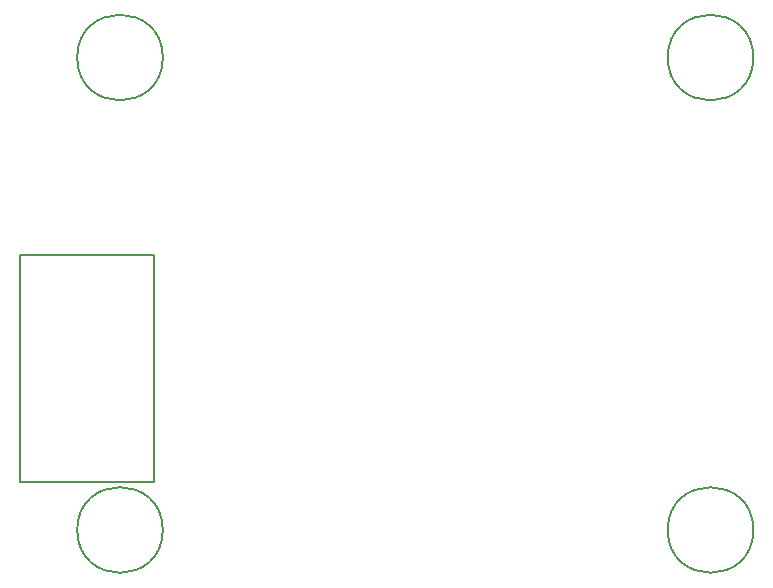
<source format=gbr>
G04 #@! TF.FileFunction,Other,User*
%FSLAX46Y46*%
G04 Gerber Fmt 4.6, Leading zero omitted, Abs format (unit mm)*
G04 Created by KiCad (PCBNEW 4.0.6) date 12/05/17 21:33:24*
%MOMM*%
%LPD*%
G01*
G04 APERTURE LIST*
%ADD10C,1.000000*%
%ADD11C,0.200000*%
G04 APERTURE END LIST*
D10*
D11*
X66125000Y-55000000D02*
G75*
G03X66125000Y-55000000I-3625000J0D01*
G01*
X116125000Y-95000000D02*
G75*
G03X116125000Y-95000000I-3625000J0D01*
G01*
X66125000Y-95000000D02*
G75*
G03X66125000Y-95000000I-3625000J0D01*
G01*
X65400000Y-71700000D02*
X54000000Y-71700000D01*
X65400000Y-90900000D02*
X65400000Y-71700000D01*
X54000000Y-90900000D02*
X65400000Y-90900000D01*
X54000000Y-71700000D02*
X54000000Y-90900000D01*
X116125000Y-55000000D02*
G75*
G03X116125000Y-55000000I-3625000J0D01*
G01*
M02*

</source>
